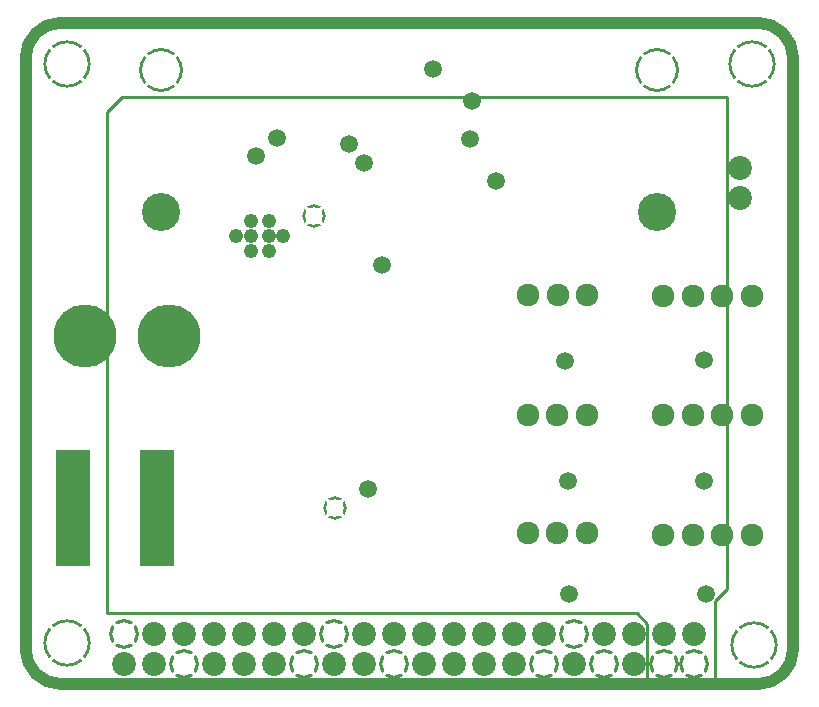
<source format=gbr>
G04*
G04 #@! TF.GenerationSoftware,Altium Limited,Altium Designer,23.10.1 (27)*
G04*
G04 Layer_Physical_Order=4*
G04 Layer_Color=8388736*
%FSLAX42Y42*%
%MOMM*%
G71*
G04*
G04 #@! TF.SameCoordinates,D45A84C9-24EE-431E-81B0-E16C7BED9CBD*
G04*
G04*
G04 #@! TF.FilePolarity,Negative*
G04*
G01*
G75*
%ADD17C,0.25*%
%ADD49C,1.02*%
%ADD50C,2.02*%
G04:AMPARAMS|DCode=51|XSize=2.524mm|YSize=2.524mm|CornerRadius=0mm|HoleSize=0mm|Usage=FLASHONLY|Rotation=0.000|XOffset=0mm|YOffset=0mm|HoleType=Round|Shape=Relief|Width=0.25mm|Gap=0.25mm|Entries=4|*
%AMTHD51*
7,0,0,2.52,2.02,0.25,45*
%
%ADD51THD51*%
%ADD53C,5.33*%
G04:AMPARAMS|DCode=54|XSize=3.724mm|YSize=3.724mm|CornerRadius=0mm|HoleSize=0mm|Usage=FLASHONLY|Rotation=0.000|XOffset=0mm|YOffset=0mm|HoleType=Round|Shape=Relief|Width=0.25mm|Gap=0.25mm|Entries=4|*
%AMTHD54*
7,0,0,3.72,3.22,0.25,45*
%
%ADD54THD54*%
%ADD55C,1.92*%
%ADD57R,2.92X9.91*%
G04:AMPARAMS|DCode=58|XSize=4.024mm|YSize=4.024mm|CornerRadius=0mm|HoleSize=0mm|Usage=FLASHONLY|Rotation=0.000|XOffset=0mm|YOffset=0mm|HoleType=Round|Shape=Relief|Width=0.25mm|Gap=0.25mm|Entries=4|*
%AMTHD58*
7,0,0,4.02,3.52,0.25,45*
%
%ADD58THD58*%
%ADD59C,1.52*%
%ADD61C,3.22*%
G04:AMPARAMS|DCode=63|XSize=2.024mm|YSize=2.024mm|CornerRadius=0mm|HoleSize=0mm|Usage=FLASHONLY|Rotation=0.000|XOffset=0mm|YOffset=0mm|HoleType=Round|Shape=Relief|Width=0.25mm|Gap=0.25mm|Entries=4|*
%AMTHD63*
7,0,0,2.02,1.52,0.25,45*
%
%ADD63THD63*%
%ADD64C,1.22*%
D17*
X4915Y-5258D02*
Y-5131D01*
X4826Y-4648D02*
X4915Y-4737D01*
Y-4750D02*
Y-4737D01*
Y-4877D02*
Y-4750D01*
X5436Y-5245D02*
X5486Y-5194D01*
X4915Y-5131D02*
Y-4877D01*
X4762Y-4648D02*
X4826D01*
X343D02*
X4762D01*
X343D02*
Y-406D01*
X470Y-279D01*
X5588D01*
Y-4445D02*
Y-279D01*
X5486Y-4547D02*
X5588Y-4445D01*
X5486Y-5194D02*
Y-4547D01*
D49*
X5850Y-5250D02*
G03*
X6150Y-4950I0J300D01*
G01*
Y50D02*
G03*
X5850Y350I-300J0D01*
G01*
X-50D02*
G03*
X-350Y50I0J-300D01*
G01*
Y-4950D02*
G03*
X-50Y-5250I300J0D01*
G01*
X5850D01*
X6150Y-4950D02*
Y50D01*
X-50Y350D02*
X5850D01*
X-350Y-4950D02*
Y50D01*
D50*
X483Y-5080D02*
D03*
X737D02*
D03*
Y-4826D02*
D03*
X991D02*
D03*
X1245Y-5080D02*
D03*
Y-4826D02*
D03*
X1499Y-5080D02*
D03*
Y-4826D02*
D03*
X1753Y-5080D02*
D03*
Y-4826D02*
D03*
X2007D02*
D03*
X2261Y-5080D02*
D03*
X2515D02*
D03*
Y-4826D02*
D03*
X2769D02*
D03*
X3023Y-5080D02*
D03*
Y-4826D02*
D03*
X3277Y-5080D02*
D03*
Y-4826D02*
D03*
X3531Y-5080D02*
D03*
Y-4826D02*
D03*
X3785Y-5080D02*
D03*
Y-4826D02*
D03*
X4039D02*
D03*
X4293Y-5080D02*
D03*
X4547Y-4826D02*
D03*
X4801Y-5080D02*
D03*
Y-4826D02*
D03*
X5055D02*
D03*
X5309D02*
D03*
X5702Y-880D02*
D03*
Y-1130D02*
D03*
D51*
X483Y-4826D02*
D03*
X991Y-5080D02*
D03*
X2007D02*
D03*
X2261Y-4826D02*
D03*
X2769Y-5080D02*
D03*
X4039D02*
D03*
X4293Y-4826D02*
D03*
X4547Y-5080D02*
D03*
X5055D02*
D03*
X5309D02*
D03*
D53*
X152Y-2299D02*
D03*
X864D02*
D03*
D54*
X800Y-50D02*
D03*
X5000D02*
D03*
D55*
X4403Y-3973D02*
D03*
X4153D02*
D03*
X3903D02*
D03*
X5048Y-1967D02*
D03*
X5298D02*
D03*
X5548D02*
D03*
X5798D02*
D03*
X4407Y-1956D02*
D03*
X4157D02*
D03*
X3907D02*
D03*
X4403Y-2972D02*
D03*
X4153D02*
D03*
X3903D02*
D03*
X5050Y-3988D02*
D03*
X5300D02*
D03*
X5550D02*
D03*
X5800D02*
D03*
X5048Y-2970D02*
D03*
X5298D02*
D03*
X5548D02*
D03*
X5798D02*
D03*
D57*
X762Y-3759D02*
D03*
X51D02*
D03*
D58*
X5800Y0D02*
D03*
X0D02*
D03*
Y-4900D02*
D03*
X5817Y-4915D02*
D03*
D59*
X2667Y-1702D02*
D03*
X3099Y-38D02*
D03*
X3416Y-635D02*
D03*
X3429Y-317D02*
D03*
X3632Y-991D02*
D03*
X1600Y-775D02*
D03*
X2515Y-838D02*
D03*
X2388Y-673D02*
D03*
X1778Y-622D02*
D03*
X4216Y-2515D02*
D03*
X5397Y-2502D02*
D03*
Y-3531D02*
D03*
X5410Y-4483D02*
D03*
X4254D02*
D03*
X4242Y-3531D02*
D03*
X2553Y-3594D02*
D03*
D61*
X5000Y-1250D02*
D03*
X800D02*
D03*
D63*
X2095Y-1283D02*
D03*
X2273Y-3759D02*
D03*
D64*
X1713Y-1586D02*
D03*
X1556D02*
D03*
Y-1332D02*
D03*
X1713D02*
D03*
Y-1459D02*
D03*
X1556D02*
D03*
X1435D02*
D03*
X1834D02*
D03*
M02*

</source>
